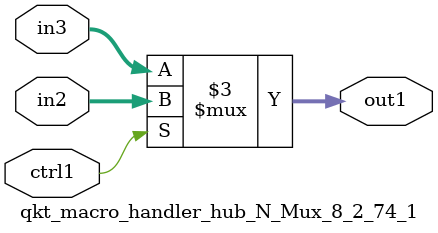
<source format=v>

`timescale 1ps / 1ps


module qkt_macro_handler_hub_N_Mux_8_2_74_1( in3, in2, ctrl1, out1 );

    input [7:0] in3;
    input [7:0] in2;
    input ctrl1;
    output [7:0] out1;
    reg [7:0] out1;

    
    // rtl_process:qkt_macro_handler_hub_N_Mux_8_2_74_1/qkt_macro_handler_hub_N_Mux_8_2_74_1_thread_1
    always @*
      begin : qkt_macro_handler_hub_N_Mux_8_2_74_1_thread_1
        case (ctrl1) 
          1'b1: 
            begin
              out1 = in2;
            end
          default: 
            begin
              out1 = in3;
            end
        endcase
      end

endmodule


</source>
